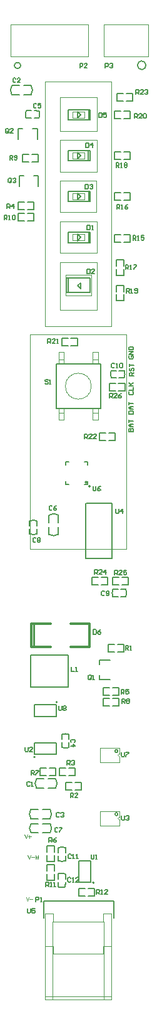
<source format=gto>
%FSLAX25Y25*%
%MOIN*%
G70*
G01*
G75*
%ADD10R,0.07874X0.10000*%
%ADD11R,0.02756X0.06102*%
%ADD12R,0.02756X0.13386*%
%ADD13R,0.06299X0.07480*%
%ADD14R,0.03150X0.03937*%
%ADD15R,0.03150X0.03543*%
%ADD16R,0.03150X0.03543*%
%ADD17C,0.05906*%
%ADD18R,0.05118X0.15748*%
%ADD19R,0.03150X0.02559*%
%ADD20R,0.02362X0.00787*%
%ADD21R,0.03150X0.00787*%
%ADD22R,0.00787X0.02362*%
%ADD23R,0.00787X0.03150*%
%ADD24R,0.05118X0.05118*%
%ADD25R,0.05906X0.03937*%
%ADD26R,0.05906X0.12992*%
%ADD27R,0.01063X0.07874*%
%ADD28R,0.02362X0.07874*%
%ADD29R,0.02165X0.02559*%
%ADD30R,0.01575X0.03937*%
%ADD31R,0.02362X0.02756*%
%ADD32R,0.03937X0.01575*%
%ADD33R,0.01181X0.07874*%
%ADD34O,0.01181X0.07874*%
%ADD35R,0.02559X0.02165*%
%ADD36R,0.03543X0.03150*%
%ADD37R,0.03543X0.03150*%
%ADD38R,0.02756X0.02362*%
%ADD39R,0.03937X0.03150*%
%ADD40R,0.07874X0.07874*%
%ADD41C,0.00787*%
%ADD42C,0.01000*%
%ADD43C,0.02362*%
%ADD44C,0.01181*%
%ADD45C,0.01575*%
%ADD46C,0.03150*%
%ADD47C,0.01969*%
%ADD48C,0.00591*%
%ADD49C,0.00197*%
%ADD50C,0.00600*%
%ADD51C,0.00500*%
%ADD52C,0.00394*%
%ADD53C,0.01200*%
%ADD54C,0.00709*%
D41*
X5892Y-33159D02*
G03*
X5892Y-38101I3706J-2471D01*
G01*
X16128D02*
G03*
X16128Y-33159I-3706J2471D01*
G01*
X26248Y-422601D02*
G03*
X26248Y-417659I-3706J2471D01*
G01*
X16012D02*
G03*
X16012Y-422601I3706J-2471D01*
G01*
X47660Y-246061D02*
G03*
X47660Y-246061I-394J0D01*
G01*
X18280Y-389940D02*
G03*
X18280Y-389940I-394J0D01*
G01*
X49714Y-456674D02*
G03*
X49714Y-456674I-394J0D01*
G01*
X30067Y-360760D02*
G03*
X30067Y-360760I-394J0D01*
G01*
X29248Y-406401D02*
G03*
X29248Y-401459I-3706J2471D01*
G01*
X19012D02*
G03*
X19012Y-406401I3706J-2471D01*
G01*
X30621Y-261382D02*
G03*
X25679Y-261382I-2471J-3706D01*
G01*
Y-271618D02*
G03*
X30621Y-271618I2471J3706D01*
G01*
X26328Y-430211D02*
G03*
X26328Y-425269I-3706J2471D01*
G01*
X16092D02*
G03*
X16092Y-430211I3706J-2471D01*
G01*
X53248Y-204626D02*
Y-181004D01*
X29626Y-204626D02*
X53248D01*
X29626D02*
Y-181004D01*
X53248D01*
X5892Y-38101D02*
X9829D01*
X5892Y-33159D02*
X9829D01*
X12191Y-38101D02*
X16128D01*
X12191Y-33159D02*
X16128D01*
X52530Y-348668D02*
X58160D01*
X52530Y-338432D02*
X58199D01*
X52530Y-348668D02*
Y-346306D01*
Y-340794D02*
Y-338432D01*
X22311Y-417659D02*
X26248D01*
X22311Y-422601D02*
X26248D01*
X16012Y-417659D02*
X19949D01*
X16012Y-422601D02*
X19949D01*
X35774Y-46077D02*
X46759D01*
X35774Y-51589D02*
Y-46077D01*
Y-51589D02*
X46759D01*
X47428Y-50959D02*
Y-46077D01*
X46759Y-51589D02*
Y-46077D01*
X47428Y-51549D02*
Y-50959D01*
X47389Y-51589D02*
X47428Y-51549D01*
X46759Y-51589D02*
X47389D01*
X45223Y-46077D02*
X47428D01*
X35765Y-67667D02*
X46749D01*
X35765Y-73179D02*
Y-67667D01*
Y-73179D02*
X46749D01*
X47418Y-72549D02*
Y-67667D01*
X46749Y-73179D02*
Y-67667D01*
X47418Y-73139D02*
Y-72549D01*
X47379Y-73179D02*
X47418Y-73139D01*
X46749Y-73179D02*
X47379D01*
X45213Y-67667D02*
X47418D01*
X35774Y-89317D02*
X46759D01*
X35774Y-94829D02*
Y-89317D01*
Y-94829D02*
X46759D01*
X47428Y-94199D02*
Y-89317D01*
X46759Y-94829D02*
Y-89317D01*
X47428Y-94789D02*
Y-94199D01*
X47389Y-94829D02*
X47428Y-94789D01*
X46759Y-94829D02*
X47389D01*
X45223Y-89317D02*
X47428D01*
X35774Y-111147D02*
X46759D01*
X35774Y-116659D02*
Y-111147D01*
Y-116659D02*
X46759D01*
X47428Y-116029D02*
Y-111147D01*
X46759Y-116659D02*
Y-111147D01*
X47428Y-116619D02*
Y-116029D01*
X47389Y-116659D02*
X47428Y-116619D01*
X46759Y-116659D02*
X47389D01*
X45223Y-111147D02*
X47428D01*
X40922Y-139505D02*
X42497Y-137930D01*
X40922Y-139505D02*
X42497Y-141080D01*
X35804Y-143049D02*
Y-135568D01*
X35017Y-143049D02*
Y-135568D01*
X47615Y-143049D02*
Y-135568D01*
X42497Y-141080D02*
Y-137930D01*
X35017Y-135568D02*
X47615D01*
X35017Y-143049D02*
X47615D01*
X45233Y-255283D02*
X45430Y-255086D01*
X59407Y-284220D02*
Y-268708D01*
X45233Y-284417D02*
X59367D01*
X45233D02*
Y-255283D01*
X45430Y-255086D02*
X59367D01*
X59407Y-269850D02*
Y-255047D01*
X9792Y-86880D02*
Y-81250D01*
X20028Y-86919D02*
Y-81250D01*
X9792D02*
X12154D01*
X17666D02*
X20028D01*
X9192Y-61780D02*
Y-56150D01*
X19428Y-61819D02*
Y-56150D01*
X9192D02*
X11554D01*
X17066D02*
X19428D01*
X25311Y-401459D02*
X29248D01*
X25311Y-406401D02*
X29248D01*
X19012Y-401459D02*
X22949D01*
X19012Y-406401D02*
X22949D01*
X25679Y-265319D02*
Y-261382D01*
X30621Y-265319D02*
Y-261382D01*
X25679Y-271618D02*
Y-267681D01*
X30621Y-271618D02*
Y-267681D01*
X22391Y-425269D02*
X26328D01*
X22391Y-430211D02*
X26328D01*
X16092Y-425269D02*
X20029D01*
X16092Y-430211D02*
X20029D01*
D42*
X17660Y-331569D02*
Y-318971D01*
D48*
X10572Y-22446D02*
G03*
X10575Y-22549I-1652J-103D01*
G01*
X72829Y-22626D02*
G03*
X72820Y-22420I2271J206D01*
G01*
X62394Y-420275D02*
G03*
X62394Y-420275I-781J0D01*
G01*
Y-386735D02*
G03*
X62394Y-386735I-781J0D01*
G01*
X42467Y-48833D02*
Y-48833D01*
X40775Y-50526D02*
X42467Y-48833D01*
X40775Y-50526D02*
Y-47100D01*
X42467Y-48794D01*
X42457Y-70423D02*
Y-70423D01*
X40764Y-72116D02*
X42457Y-70423D01*
X40764Y-72116D02*
Y-68691D01*
X42457Y-70384D01*
X42467Y-92073D02*
Y-92073D01*
X40775Y-93766D02*
X42467Y-92073D01*
X40775Y-93766D02*
Y-90341D01*
X42467Y-92033D01*
Y-113903D02*
Y-113903D01*
X40775Y-115596D02*
X42467Y-113903D01*
X40775Y-115596D02*
Y-112171D01*
X42467Y-113864D01*
X46400Y-244959D02*
Y-243266D01*
X44746Y-244959D02*
X46400D01*
X34589D02*
X36242D01*
X34589D02*
Y-243305D01*
Y-233148D02*
X36242D01*
X34589Y-234801D02*
Y-233148D01*
X44746D02*
X46400D01*
Y-234801D02*
Y-233148D01*
X22808Y-466537D02*
X60170D01*
Y-475356D02*
Y-466537D01*
X22808Y-475395D02*
Y-466537D01*
X9398Y-95082D02*
X12745D01*
X9398Y-99019D02*
Y-95082D01*
Y-99019D02*
X12745D01*
X14319Y-95082D02*
X17666D01*
Y-99019D02*
Y-95082D01*
X14319Y-99019D02*
X17666D01*
X16467Y-73619D02*
X19814D01*
Y-69682D01*
X16467D02*
X19814D01*
X11546Y-73619D02*
X14893D01*
X11546D02*
Y-69682D01*
X14893D01*
X9398Y-101031D02*
X12745D01*
X9398Y-104969D02*
Y-101031D01*
Y-104969D02*
X12745D01*
X14319Y-101031D02*
X17666D01*
Y-104969D02*
Y-101031D01*
X14319Y-104969D02*
X17666D01*
X28569Y-440355D02*
Y-437008D01*
X24632D02*
X28569D01*
X24632Y-440355D02*
Y-437008D01*
X28569Y-445276D02*
Y-441930D01*
X24632Y-445276D02*
X28569D01*
X24632D02*
Y-441930D01*
X28569Y-450353D02*
Y-447006D01*
X24632D02*
X28569D01*
X24632Y-450353D02*
Y-447006D01*
X28569Y-455274D02*
Y-451927D01*
X24632Y-455274D02*
X28569D01*
X24632D02*
Y-451927D01*
X62107Y-334099D02*
X65454D01*
Y-330161D01*
X62107D02*
X65454D01*
X57186Y-334099D02*
X60533D01*
X57186D02*
Y-330161D01*
X60533D01*
X34556Y-403532D02*
X37903D01*
X34556Y-407469D02*
Y-403532D01*
Y-407469D02*
X37903D01*
X39477Y-403532D02*
X42824D01*
Y-407469D02*
Y-403532D01*
X39477Y-407469D02*
X42824D01*
X36157Y-399698D02*
X39504D01*
Y-395761D01*
X36157D02*
X39504D01*
X31236Y-399698D02*
X34583D01*
X31236D02*
Y-395761D01*
X34583D01*
X59527Y-356989D02*
X62874D01*
Y-353051D01*
X59527D02*
X62874D01*
X54606Y-356989D02*
X57953D01*
X54606D02*
Y-353051D01*
X57953D01*
X25917Y-399689D02*
X29264D01*
Y-395752D01*
X25917D02*
X29264D01*
X20996Y-399689D02*
X24343D01*
X20996D02*
Y-395752D01*
X24343D01*
X59617Y-362679D02*
X62964D01*
Y-358741D01*
X59617D02*
X62964D01*
X54696Y-362679D02*
X58043D01*
X54696D02*
Y-358741D01*
X58043D01*
X41566Y-459761D02*
X44913D01*
X41566Y-463698D02*
Y-459761D01*
Y-463698D02*
X44913D01*
X46487Y-459761D02*
X49834D01*
Y-463698D02*
Y-459761D01*
X46487Y-463698D02*
X49834D01*
X65497Y-116308D02*
X68844D01*
Y-112372D01*
X65497D02*
X68844D01*
X60576Y-116308D02*
X63923D01*
X60576D02*
Y-112372D01*
X63923D01*
X65497Y-94038D02*
X68844D01*
Y-90101D01*
X65497D02*
X68844D01*
X60576Y-94038D02*
X63923D01*
X60576D02*
Y-90101D01*
X63923D01*
X61581Y-133984D02*
Y-130637D01*
Y-133984D02*
X65518D01*
Y-130637D01*
X61581Y-129063D02*
Y-125716D01*
X65518D01*
Y-129063D02*
Y-125716D01*
X65497Y-72429D02*
X68844D01*
Y-68492D01*
X65497D02*
X68844D01*
X60576Y-72429D02*
X63923D01*
X60576D02*
Y-68492D01*
X63923D01*
X65518Y-142643D02*
Y-139296D01*
X61581D02*
X65518D01*
X61581Y-142643D02*
Y-139296D01*
X65518Y-147564D02*
Y-144217D01*
X61581Y-147564D02*
X65518D01*
X61581D02*
Y-144217D01*
X65497Y-50858D02*
X68844D01*
Y-46922D01*
X65497D02*
X68844D01*
X60576Y-50858D02*
X63923D01*
X60576D02*
Y-46922D01*
X63923D01*
X32486Y-167371D02*
X35833D01*
X32486Y-171309D02*
Y-167371D01*
Y-171309D02*
X35833D01*
X37407Y-167371D02*
X40754D01*
Y-171309D02*
Y-167371D01*
X37407Y-171309D02*
X40754D01*
X57447Y-221649D02*
X60794D01*
Y-217711D01*
X57447D02*
X60794D01*
X52526Y-221649D02*
X55873D01*
X52526D02*
Y-217711D01*
X55873D01*
X66917Y-41418D02*
X70264D01*
Y-37481D01*
X66917D02*
X70264D01*
X61996Y-41418D02*
X65343D01*
X61996D02*
Y-37481D01*
X65343D01*
X53507Y-298429D02*
X56854D01*
Y-294492D01*
X53507D02*
X56854D01*
X48586Y-298429D02*
X51933D01*
X48586D02*
Y-294492D01*
X51933D01*
X64417Y-298429D02*
X67764D01*
Y-294492D01*
X64417D02*
X67764D01*
X59496Y-298429D02*
X62843D01*
X59496D02*
Y-294492D01*
X62843D01*
X57824Y-191411D02*
X61170D01*
X57824Y-195349D02*
Y-191411D01*
Y-195349D02*
X61170D01*
X62745Y-191411D02*
X66091D01*
Y-195349D02*
Y-191411D01*
X62745Y-195349D02*
X66091D01*
X49173Y-246143D02*
Y-248110D01*
X49567Y-248504D01*
X50354D01*
X50748Y-248110D01*
Y-246143D01*
X53109D02*
X52322Y-246536D01*
X51535Y-247323D01*
Y-248110D01*
X51928Y-248504D01*
X52715D01*
X53109Y-248110D01*
Y-247717D01*
X52715Y-247323D01*
X51535D01*
X14215Y-470544D02*
Y-472512D01*
X14609Y-472905D01*
X15396D01*
X15789Y-472512D01*
Y-470544D01*
X18151D02*
X16577D01*
Y-471725D01*
X17364Y-471331D01*
X17757D01*
X18151Y-471725D01*
Y-472512D01*
X17757Y-472905D01*
X16970D01*
X16577Y-472512D01*
X61268Y-258229D02*
Y-260197D01*
X61661Y-260591D01*
X62449D01*
X62842Y-260197D01*
Y-258229D01*
X64810Y-260591D02*
Y-258229D01*
X63629Y-259410D01*
X65203D01*
X64370Y-421142D02*
Y-423110D01*
X64764Y-423504D01*
X65551D01*
X65944Y-423110D01*
Y-421142D01*
X66732Y-421536D02*
X67125Y-421142D01*
X67912D01*
X68306Y-421536D01*
Y-421930D01*
X67912Y-422323D01*
X67519D01*
X67912D01*
X68306Y-422717D01*
Y-423110D01*
X67912Y-423504D01*
X67125D01*
X66732Y-423110D01*
X12992Y-384607D02*
Y-386575D01*
X13386Y-386968D01*
X14173D01*
X14566Y-386575D01*
Y-384607D01*
X16928Y-386968D02*
X15354D01*
X16928Y-385394D01*
Y-385001D01*
X16534Y-384607D01*
X15747D01*
X15354Y-385001D01*
X48150Y-441812D02*
Y-443780D01*
X48543Y-444173D01*
X49330D01*
X49724Y-443780D01*
Y-441812D01*
X50511Y-444173D02*
X51298D01*
X50905D01*
Y-441812D01*
X50511Y-442205D01*
X25157Y-189804D02*
X24763Y-189410D01*
X23976D01*
X23583Y-189804D01*
Y-190197D01*
X23976Y-190591D01*
X24763D01*
X25157Y-190984D01*
Y-191378D01*
X24763Y-191772D01*
X23976D01*
X23583Y-191378D01*
X25944Y-191772D02*
X26731D01*
X26338D01*
Y-189410D01*
X25944Y-189804D01*
X57921Y-199132D02*
Y-196771D01*
X59102D01*
X59496Y-197164D01*
Y-197951D01*
X59102Y-198345D01*
X57921D01*
X58709D02*
X59496Y-199132D01*
X61857D02*
X60283D01*
X61857Y-197558D01*
Y-197164D01*
X61464Y-196771D01*
X60676D01*
X60283Y-197164D01*
X64219Y-196771D02*
X63432Y-197164D01*
X62644Y-197951D01*
Y-198739D01*
X63038Y-199132D01*
X63825D01*
X64219Y-198739D01*
Y-198345D01*
X63825Y-197951D01*
X62644D01*
X60710Y-293107D02*
Y-290746D01*
X61891D01*
X62284Y-291139D01*
Y-291926D01*
X61891Y-292320D01*
X60710D01*
X61497D02*
X62284Y-293107D01*
X64646D02*
X63072D01*
X64646Y-291533D01*
Y-291139D01*
X64252Y-290746D01*
X63465D01*
X63072Y-291139D01*
X67007Y-290746D02*
X65433D01*
Y-291926D01*
X66220Y-291533D01*
X66614D01*
X67007Y-291926D01*
Y-292713D01*
X66614Y-293107D01*
X65827D01*
X65433Y-292713D01*
X49915Y-292861D02*
Y-290500D01*
X51095D01*
X51489Y-290894D01*
Y-291681D01*
X51095Y-292074D01*
X49915D01*
X50702D02*
X51489Y-292861D01*
X53851D02*
X52276D01*
X53851Y-291287D01*
Y-290894D01*
X53457Y-290500D01*
X52670D01*
X52276Y-290894D01*
X55818Y-292861D02*
Y-290500D01*
X54638Y-291681D01*
X56212D01*
X72008Y-37835D02*
Y-35473D01*
X73189D01*
X73582Y-35867D01*
Y-36654D01*
X73189Y-37047D01*
X72008D01*
X72795D02*
X73582Y-37835D01*
X75944D02*
X74369D01*
X75944Y-36260D01*
Y-35867D01*
X75550Y-35473D01*
X74763D01*
X74369Y-35867D01*
X76731D02*
X77124Y-35473D01*
X77912D01*
X78305Y-35867D01*
Y-36260D01*
X77912Y-36654D01*
X77518D01*
X77912D01*
X78305Y-37047D01*
Y-37441D01*
X77912Y-37835D01*
X77124D01*
X76731Y-37441D01*
X44551Y-220827D02*
Y-218465D01*
X45732D01*
X46126Y-218859D01*
Y-219646D01*
X45732Y-220040D01*
X44551D01*
X45338D02*
X46126Y-220827D01*
X48487D02*
X46913D01*
X48487Y-219252D01*
Y-218859D01*
X48094Y-218465D01*
X47306D01*
X46913Y-218859D01*
X50849Y-220827D02*
X49274D01*
X50849Y-219252D01*
Y-218859D01*
X50455Y-218465D01*
X49668D01*
X49274Y-218859D01*
X25079Y-170158D02*
Y-167796D01*
X26259D01*
X26653Y-168190D01*
Y-168977D01*
X26259Y-169370D01*
X25079D01*
X25866D02*
X26653Y-170158D01*
X29015D02*
X27440D01*
X29015Y-168583D01*
Y-168190D01*
X28621Y-167796D01*
X27834D01*
X27440Y-168190D01*
X29802Y-170158D02*
X30589D01*
X30195D01*
Y-167796D01*
X29802Y-168190D01*
X71181Y-50591D02*
Y-48229D01*
X72362D01*
X72755Y-48623D01*
Y-49410D01*
X72362Y-49803D01*
X71181D01*
X71968D02*
X72755Y-50591D01*
X75117D02*
X73542D01*
X75117Y-49016D01*
Y-48623D01*
X74723Y-48229D01*
X73936D01*
X73542Y-48623D01*
X75904D02*
X76298Y-48229D01*
X77085D01*
X77478Y-48623D01*
Y-50197D01*
X77085Y-50591D01*
X76298D01*
X75904Y-50197D01*
Y-48623D01*
X66969Y-143347D02*
Y-140985D01*
X68149D01*
X68543Y-141379D01*
Y-142166D01*
X68149Y-142559D01*
X66969D01*
X67756D02*
X68543Y-143347D01*
X69330D02*
X70117D01*
X69723D01*
Y-140985D01*
X69330Y-141379D01*
X71298Y-142953D02*
X71691Y-143347D01*
X72478D01*
X72872Y-142953D01*
Y-141379D01*
X72478Y-140985D01*
X71691D01*
X71298Y-141379D01*
Y-141772D01*
X71691Y-142166D01*
X72872D01*
X61428Y-76618D02*
Y-74257D01*
X62609D01*
X63003Y-74650D01*
Y-75437D01*
X62609Y-75831D01*
X61428D01*
X62216D02*
X63003Y-76618D01*
X63790D02*
X64577D01*
X64183D01*
Y-74257D01*
X63790Y-74650D01*
X65758D02*
X66151Y-74257D01*
X66939D01*
X67332Y-74650D01*
Y-75044D01*
X66939Y-75437D01*
X67332Y-75831D01*
Y-76224D01*
X66939Y-76618D01*
X66151D01*
X65758Y-76224D01*
Y-75831D01*
X66151Y-75437D01*
X65758Y-75044D01*
Y-74650D01*
X66151Y-75437D02*
X66939D01*
X66496Y-130905D02*
Y-128544D01*
X67677D01*
X68070Y-128938D01*
Y-129725D01*
X67677Y-130118D01*
X66496D01*
X67283D02*
X68070Y-130905D01*
X68858D02*
X69645D01*
X69251D01*
Y-128544D01*
X68858Y-128938D01*
X70825Y-128544D02*
X72400D01*
Y-128938D01*
X70825Y-130512D01*
Y-130905D01*
X61794Y-98786D02*
Y-96425D01*
X62974D01*
X63368Y-96819D01*
Y-97606D01*
X62974Y-97999D01*
X61794D01*
X62581D02*
X63368Y-98786D01*
X64155D02*
X64942D01*
X64549D01*
Y-96425D01*
X64155Y-96819D01*
X67697Y-96425D02*
X66910Y-96819D01*
X66123Y-97606D01*
Y-98393D01*
X66516Y-98786D01*
X67304D01*
X67697Y-98393D01*
Y-97999D01*
X67304Y-97606D01*
X66123D01*
X70433Y-115276D02*
Y-112914D01*
X71614D01*
X72007Y-113308D01*
Y-114095D01*
X71614Y-114488D01*
X70433D01*
X71220D02*
X72007Y-115276D01*
X72795D02*
X73582D01*
X73188D01*
Y-112914D01*
X72795Y-113308D01*
X76337Y-112914D02*
X74762D01*
Y-114095D01*
X75550Y-113701D01*
X75943D01*
X76337Y-114095D01*
Y-114882D01*
X75943Y-115276D01*
X75156D01*
X74762Y-114882D01*
X51051Y-462756D02*
Y-460394D01*
X52231D01*
X52625Y-460788D01*
Y-461575D01*
X52231Y-461969D01*
X51051D01*
X51838D02*
X52625Y-462756D01*
X53412D02*
X54199D01*
X53806D01*
Y-460394D01*
X53412Y-460788D01*
X56954Y-462756D02*
X55380D01*
X56954Y-461182D01*
Y-460788D01*
X56560Y-460394D01*
X55773D01*
X55380Y-460788D01*
X24016Y-458780D02*
Y-456419D01*
X25196D01*
X25590Y-456812D01*
Y-457599D01*
X25196Y-457993D01*
X24016D01*
X24803D02*
X25590Y-458780D01*
X26377D02*
X27164D01*
X26771D01*
Y-456419D01*
X26377Y-456812D01*
X28345Y-458780D02*
X29132D01*
X28739D01*
Y-456419D01*
X28345Y-456812D01*
X1811Y-104528D02*
Y-102166D01*
X2992D01*
X3385Y-102560D01*
Y-103347D01*
X2992Y-103740D01*
X1811D01*
X2598D02*
X3385Y-104528D01*
X4172D02*
X4960D01*
X4566D01*
Y-102166D01*
X4172Y-102560D01*
X6140D02*
X6534Y-102166D01*
X7321D01*
X7715Y-102560D01*
Y-104134D01*
X7321Y-104528D01*
X6534D01*
X6140Y-104134D01*
Y-102560D01*
X4800Y-72636D02*
Y-70275D01*
X5981D01*
X6374Y-70669D01*
Y-71456D01*
X5981Y-71849D01*
X4800D01*
X5587D02*
X6374Y-72636D01*
X7162Y-72243D02*
X7555Y-72636D01*
X8342D01*
X8736Y-72243D01*
Y-70669D01*
X8342Y-70275D01*
X7555D01*
X7162Y-70669D01*
Y-71062D01*
X7555Y-71456D01*
X8736D01*
X64549Y-361317D02*
Y-358956D01*
X65729D01*
X66123Y-359350D01*
Y-360137D01*
X65729Y-360530D01*
X64549D01*
X65336D02*
X66123Y-361317D01*
X66910Y-359350D02*
X67304Y-358956D01*
X68091D01*
X68484Y-359350D01*
Y-359743D01*
X68091Y-360137D01*
X68484Y-360530D01*
Y-360924D01*
X68091Y-361317D01*
X67304D01*
X66910Y-360924D01*
Y-360530D01*
X67304Y-360137D01*
X66910Y-359743D01*
Y-359350D01*
X67304Y-360137D02*
X68091D01*
X25674Y-435206D02*
Y-432845D01*
X26855D01*
X27248Y-433238D01*
Y-434025D01*
X26855Y-434419D01*
X25674D01*
X26461D02*
X27248Y-435206D01*
X29610Y-432845D02*
X28822Y-433238D01*
X28035Y-434025D01*
Y-434813D01*
X28429Y-435206D01*
X29216D01*
X29610Y-434813D01*
Y-434419D01*
X29216Y-434025D01*
X28035D01*
X64169Y-356452D02*
Y-354091D01*
X65350D01*
X65744Y-354485D01*
Y-355272D01*
X65350Y-355665D01*
X64169D01*
X64956D02*
X65744Y-356452D01*
X68105Y-354091D02*
X66531D01*
Y-355272D01*
X67318Y-354878D01*
X67712D01*
X68105Y-355272D01*
Y-356059D01*
X67712Y-356452D01*
X66924D01*
X66531Y-356059D01*
X3351Y-98561D02*
Y-96199D01*
X4532D01*
X4925Y-96593D01*
Y-97380D01*
X4532Y-97774D01*
X3351D01*
X4138D02*
X4925Y-98561D01*
X6893D02*
Y-96199D01*
X5712Y-97380D01*
X7287D01*
X35276Y-394213D02*
Y-391851D01*
X36456D01*
X36850Y-392245D01*
Y-393032D01*
X36456Y-393425D01*
X35276D01*
X36063D02*
X36850Y-394213D01*
X37637Y-392245D02*
X38031Y-391851D01*
X38818D01*
X39211Y-392245D01*
Y-392638D01*
X38818Y-393032D01*
X38424D01*
X38818D01*
X39211Y-393425D01*
Y-393819D01*
X38818Y-394213D01*
X38031D01*
X37637Y-393819D01*
X37126Y-411422D02*
Y-409061D01*
X38306D01*
X38700Y-409454D01*
Y-410241D01*
X38306Y-410635D01*
X37126D01*
X37913D02*
X38700Y-411422D01*
X41061D02*
X39487D01*
X41061Y-409848D01*
Y-409454D01*
X40668Y-409061D01*
X39881D01*
X39487Y-409454D01*
X66448Y-333017D02*
Y-330656D01*
X67629D01*
X68023Y-331049D01*
Y-331836D01*
X67629Y-332230D01*
X66448D01*
X67236D02*
X68023Y-333017D01*
X68810D02*
X69597D01*
X69203D01*
Y-330656D01*
X68810Y-331049D01*
X48228Y-348465D02*
Y-346890D01*
X47834Y-346497D01*
X47047D01*
X46654Y-346890D01*
Y-348465D01*
X47047Y-348858D01*
X47834D01*
X47441Y-348071D02*
X48228Y-348858D01*
X47834D02*
X48228Y-348465D01*
X49015Y-348858D02*
X49802D01*
X49409D01*
Y-346497D01*
X49015Y-346890D01*
X55709Y-23858D02*
Y-21497D01*
X56889D01*
X57283Y-21890D01*
Y-22678D01*
X56889Y-23071D01*
X55709D01*
X58070Y-21890D02*
X58464Y-21497D01*
X59251D01*
X59644Y-21890D01*
Y-22284D01*
X59251Y-22678D01*
X58857D01*
X59251D01*
X59644Y-23071D01*
Y-23465D01*
X59251Y-23858D01*
X58464D01*
X58070Y-23465D01*
X42087Y-23740D02*
Y-21379D01*
X43267D01*
X43661Y-21772D01*
Y-22559D01*
X43267Y-22953D01*
X42087D01*
X46022Y-23740D02*
X44448D01*
X46022Y-22166D01*
Y-21772D01*
X45629Y-21379D01*
X44842D01*
X44448Y-21772D01*
X18740Y-466653D02*
Y-464292D01*
X19921D01*
X20314Y-464686D01*
Y-465473D01*
X19921Y-465866D01*
X18740D01*
X21102Y-466653D02*
X21889D01*
X21495D01*
Y-464292D01*
X21102Y-464686D01*
X37638Y-342048D02*
Y-344409D01*
X39212D01*
X39999D02*
X40786D01*
X40393D01*
Y-342048D01*
X39999Y-342442D01*
X45906Y-130631D02*
Y-132992D01*
X47086D01*
X47480Y-132599D01*
Y-131024D01*
X47086Y-130631D01*
X45906D01*
X49841Y-132992D02*
X48267D01*
X49841Y-131418D01*
Y-131024D01*
X49448Y-130631D01*
X48660D01*
X48267Y-131024D01*
X60629Y-181182D02*
X60236Y-180788D01*
X59449D01*
X59055Y-181182D01*
Y-182756D01*
X59449Y-183150D01*
X60236D01*
X60629Y-182756D01*
X61417Y-183150D02*
X62204D01*
X61810D01*
Y-180788D01*
X61417Y-181182D01*
X63384D02*
X63778Y-180788D01*
X64565D01*
X64959Y-181182D01*
Y-182756D01*
X64565Y-183150D01*
X63778D01*
X63384Y-182756D01*
Y-181182D01*
X55314Y-302245D02*
X54921Y-301851D01*
X54134D01*
X53740Y-302245D01*
Y-303819D01*
X54134Y-304213D01*
X54921D01*
X55314Y-303819D01*
X56102D02*
X56495Y-304213D01*
X57282D01*
X57676Y-303819D01*
Y-302245D01*
X57282Y-301851D01*
X56495D01*
X56102Y-302245D01*
Y-302638D01*
X56495Y-303032D01*
X57676D01*
X18661Y-273898D02*
X18267Y-273505D01*
X17480D01*
X17087Y-273898D01*
Y-275473D01*
X17480Y-275866D01*
X18267D01*
X18661Y-275473D01*
X19448Y-273898D02*
X19842Y-273505D01*
X20629D01*
X21022Y-273898D01*
Y-274292D01*
X20629Y-274685D01*
X21022Y-275079D01*
Y-275473D01*
X20629Y-275866D01*
X19842D01*
X19448Y-275473D01*
Y-275079D01*
X19842Y-274685D01*
X19448Y-274292D01*
Y-273898D01*
X19842Y-274685D02*
X20629D01*
X30358Y-427795D02*
X29964Y-427401D01*
X29177D01*
X28784Y-427795D01*
Y-429369D01*
X29177Y-429762D01*
X29964D01*
X30358Y-429369D01*
X31145Y-427401D02*
X32719D01*
Y-427795D01*
X31145Y-429369D01*
Y-429762D01*
X27362Y-256890D02*
X26968Y-256497D01*
X26181D01*
X25787Y-256890D01*
Y-258465D01*
X26181Y-258858D01*
X26968D01*
X27362Y-258465D01*
X29723Y-256497D02*
X28936Y-256890D01*
X28149Y-257678D01*
Y-258465D01*
X28542Y-258858D01*
X29330D01*
X29723Y-258465D01*
Y-258071D01*
X29330Y-257678D01*
X28149D01*
X19015Y-43071D02*
X18622Y-42678D01*
X17834D01*
X17441Y-43071D01*
Y-44646D01*
X17834Y-45039D01*
X18622D01*
X19015Y-44646D01*
X21377Y-42678D02*
X19802D01*
Y-43859D01*
X20590Y-43465D01*
X20983D01*
X21377Y-43859D01*
Y-44646D01*
X20983Y-45039D01*
X20196D01*
X19802Y-44646D01*
X39296Y-382197D02*
X39690Y-381804D01*
Y-381017D01*
X39296Y-380623D01*
X37722D01*
X37328Y-381017D01*
Y-381804D01*
X37722Y-382197D01*
X37328Y-384165D02*
X39690D01*
X38509Y-382984D01*
Y-384559D01*
X31205Y-419820D02*
X30812Y-419427D01*
X30025D01*
X29631Y-419820D01*
Y-421395D01*
X30025Y-421788D01*
X30812D01*
X31205Y-421395D01*
X31993Y-419820D02*
X32386Y-419427D01*
X33173D01*
X33567Y-419820D01*
Y-420214D01*
X33173Y-420608D01*
X32780D01*
X33173D01*
X33567Y-421001D01*
Y-421395D01*
X33173Y-421788D01*
X32386D01*
X31993Y-421395D01*
X7992Y-29607D02*
X7598Y-29213D01*
X6811D01*
X6417Y-29607D01*
Y-31181D01*
X6811Y-31575D01*
X7598D01*
X7992Y-31181D01*
X10353Y-31575D02*
X8779D01*
X10353Y-30000D01*
Y-29607D01*
X9960Y-29213D01*
X9172D01*
X8779Y-29607D01*
X15551Y-403347D02*
X15157Y-402953D01*
X14370D01*
X13976Y-403347D01*
Y-404921D01*
X14370Y-405315D01*
X15157D01*
X15551Y-404921D01*
X16338Y-405315D02*
X17125D01*
X16731D01*
Y-402953D01*
X16338Y-403347D01*
X46063Y-107442D02*
Y-109803D01*
X47244D01*
X47637Y-109410D01*
Y-107835D01*
X47244Y-107442D01*
X46063D01*
X48424Y-109803D02*
X49212D01*
X48818D01*
Y-107442D01*
X48424Y-107835D01*
X45079Y-85631D02*
Y-87992D01*
X46259D01*
X46653Y-87599D01*
Y-86024D01*
X46259Y-85631D01*
X45079D01*
X47440Y-86024D02*
X47834Y-85631D01*
X48621D01*
X49014Y-86024D01*
Y-86418D01*
X48621Y-86811D01*
X48227D01*
X48621D01*
X49014Y-87205D01*
Y-87599D01*
X48621Y-87992D01*
X47834D01*
X47440Y-87599D01*
X45276Y-63701D02*
Y-66063D01*
X46456D01*
X46850Y-65669D01*
Y-64095D01*
X46456Y-63701D01*
X45276D01*
X48818Y-66063D02*
Y-63701D01*
X47637Y-64882D01*
X49211D01*
X52362Y-47717D02*
Y-50079D01*
X53543D01*
X53936Y-49685D01*
Y-48111D01*
X53543Y-47717D01*
X52362D01*
X56298D02*
X54724D01*
Y-48898D01*
X55511Y-48504D01*
X55904D01*
X56298Y-48898D01*
Y-49685D01*
X55904Y-50079D01*
X55117D01*
X54724Y-49685D01*
X16220Y-399331D02*
Y-396969D01*
X17401D01*
X17795Y-397363D01*
Y-398150D01*
X17401Y-398544D01*
X16220D01*
X17008D02*
X17795Y-399331D01*
X18582Y-396969D02*
X20156D01*
Y-397363D01*
X18582Y-398937D01*
Y-399331D01*
X37558Y-441930D02*
X37165Y-441536D01*
X36378D01*
X35984Y-441930D01*
Y-443504D01*
X36378Y-443898D01*
X37165D01*
X37558Y-443504D01*
X38346Y-443898D02*
X39133D01*
X38739D01*
Y-441536D01*
X38346Y-441930D01*
X40314Y-443898D02*
X41101D01*
X40707D01*
Y-441536D01*
X40314Y-441930D01*
X37322Y-454292D02*
X36929Y-453898D01*
X36142D01*
X35748Y-454292D01*
Y-455866D01*
X36142Y-456260D01*
X36929D01*
X37322Y-455866D01*
X38109Y-456260D02*
X38897D01*
X38503D01*
Y-453898D01*
X38109Y-454292D01*
X41652Y-456260D02*
X40077D01*
X41652Y-454685D01*
Y-454292D01*
X41258Y-453898D01*
X40471D01*
X40077Y-454292D01*
X49362Y-322258D02*
Y-324620D01*
X50543D01*
X50937Y-324226D01*
Y-322652D01*
X50543Y-322258D01*
X49362D01*
X53298D02*
X52511Y-322652D01*
X51724Y-323439D01*
Y-324226D01*
X52118Y-324620D01*
X52905D01*
X53298Y-324226D01*
Y-323833D01*
X52905Y-323439D01*
X51724D01*
X4133Y-57953D02*
Y-56379D01*
X3740Y-55985D01*
X2953D01*
X2559Y-56379D01*
Y-57953D01*
X2953Y-58346D01*
X3740D01*
X3346Y-57559D02*
X4133Y-58346D01*
X3740D02*
X4133Y-57953D01*
X6495Y-58346D02*
X4921D01*
X6495Y-56772D01*
Y-56379D01*
X6101Y-55985D01*
X5314D01*
X4921Y-56379D01*
X5629Y-84410D02*
Y-82835D01*
X5236Y-82442D01*
X4449D01*
X4055Y-82835D01*
Y-84410D01*
X4449Y-84803D01*
X5236D01*
X4842Y-84016D02*
X5629Y-84803D01*
X5236D02*
X5629Y-84410D01*
X6417Y-82835D02*
X6810Y-82442D01*
X7597D01*
X7991Y-82835D01*
Y-83229D01*
X7597Y-83622D01*
X7204D01*
X7597D01*
X7991Y-84016D01*
Y-84410D01*
X7597Y-84803D01*
X6810D01*
X6417Y-84410D01*
X64252Y-387284D02*
Y-389252D01*
X64645Y-389646D01*
X65433D01*
X65826Y-389252D01*
Y-387284D01*
X66613D02*
X68188D01*
Y-387678D01*
X66613Y-389252D01*
Y-389646D01*
X30866Y-362757D02*
Y-364724D01*
X31260Y-365118D01*
X32047D01*
X32440Y-364724D01*
Y-362757D01*
X33228Y-363150D02*
X33621Y-362757D01*
X34408D01*
X34802Y-363150D01*
Y-363544D01*
X34408Y-363937D01*
X34802Y-364331D01*
Y-364724D01*
X34408Y-365118D01*
X33621D01*
X33228Y-364724D01*
Y-364331D01*
X33621Y-363937D01*
X33228Y-363544D01*
Y-363150D01*
X33621Y-363937D02*
X34408D01*
X68190Y-207598D02*
X70551D01*
Y-206418D01*
X70158Y-206024D01*
X68583D01*
X68190Y-206418D01*
Y-207598D01*
X70551Y-205237D02*
X68977D01*
X68190Y-204450D01*
X68977Y-203663D01*
X70551D01*
X69371D01*
Y-205237D01*
X68190Y-202875D02*
Y-201301D01*
Y-202088D01*
X70551D01*
X68229Y-216929D02*
X70591D01*
Y-215748D01*
X70197Y-215355D01*
X69803D01*
X69410Y-215748D01*
Y-216929D01*
Y-215748D01*
X69016Y-215355D01*
X68623D01*
X68229Y-215748D01*
Y-216929D01*
X70591Y-214568D02*
X69016D01*
X68229Y-213780D01*
X69016Y-212993D01*
X70591D01*
X69410D01*
Y-214568D01*
X68229Y-212206D02*
Y-210632D01*
Y-211419D01*
X70591D01*
X68544Y-195788D02*
X68150Y-196181D01*
Y-196969D01*
X68544Y-197362D01*
X70118D01*
X70512Y-196969D01*
Y-196181D01*
X70118Y-195788D01*
X68150Y-195001D02*
X70512D01*
Y-193427D01*
X68150Y-192639D02*
X70512D01*
X69725D01*
X68150Y-191065D01*
X69331Y-192246D01*
X70512Y-191065D01*
X70827Y-187284D02*
X68465D01*
Y-186103D01*
X68859Y-185709D01*
X69646D01*
X70040Y-186103D01*
Y-187284D01*
Y-186496D02*
X70827Y-185709D01*
X68859Y-183348D02*
X68465Y-183741D01*
Y-184528D01*
X68859Y-184922D01*
X69253D01*
X69646Y-184528D01*
Y-183741D01*
X70040Y-183348D01*
X70433D01*
X70827Y-183741D01*
Y-184528D01*
X70433Y-184922D01*
X68465Y-182561D02*
Y-180986D01*
Y-181773D01*
X70827D01*
X68701Y-176733D02*
X68308Y-177126D01*
Y-177913D01*
X68701Y-178307D01*
X70276D01*
X70669Y-177913D01*
Y-177126D01*
X70276Y-176733D01*
X69489D01*
Y-177520D01*
X70669Y-175946D02*
X68308D01*
X70669Y-174371D01*
X68308D01*
Y-173584D02*
X70669D01*
Y-172404D01*
X70276Y-172010D01*
X68701D01*
X68308Y-172404D01*
Y-173584D01*
D49*
X48228Y-192913D02*
G03*
X48228Y-192913I-6890J0D01*
G01*
X23740Y-518701D02*
X58937D01*
X23740Y-517244D02*
X58937D01*
X54724Y-490433D02*
X58936D01*
X54724Y-494567D02*
Y-490433D01*
X27953Y-494567D02*
Y-490433D01*
X23741D02*
X27953D01*
X27677Y-494567D02*
X55000D01*
Y-518701D02*
Y-477362D01*
X27677Y-518701D02*
Y-477362D01*
X58937Y-518701D02*
Y-473229D01*
X54724D02*
X58936D01*
X54724Y-477362D02*
Y-473229D01*
X27677Y-477362D02*
X55000D01*
X27953D02*
Y-473229D01*
X23741D02*
X27953D01*
X23740Y-518701D02*
Y-473229D01*
X49016Y-178839D02*
X51772D01*
X49016Y-174902D02*
X51772D01*
Y-181004D02*
Y-174902D01*
X49016Y-181004D02*
Y-174902D01*
X30906Y-178839D02*
X33661D01*
X30906Y-174902D02*
X33661D01*
Y-181004D02*
Y-174902D01*
X30906Y-181004D02*
Y-174902D01*
X49016Y-210925D02*
X51772D01*
X49016Y-206988D02*
X51772D01*
Y-210925D02*
Y-204823D01*
X49016Y-210925D02*
Y-204823D01*
X30906Y-210925D02*
X33661D01*
X30906Y-206988D02*
X33661D01*
Y-210925D02*
Y-204823D01*
X30906Y-210925D02*
Y-204823D01*
X29429Y-181004D02*
X53248D01*
X29429Y-204823D02*
X53248D01*
X29429D02*
Y-181004D01*
X53248Y-204823D02*
Y-181004D01*
X34449Y-144882D02*
Y-133858D01*
Y-144882D02*
X48228D01*
Y-133858D01*
X34449D02*
X48228D01*
X38189Y-115354D02*
Y-112205D01*
Y-115354D02*
X44488D01*
Y-112205D01*
X38189D02*
X44488D01*
X38189Y-93701D02*
Y-90551D01*
X44488Y-93701D02*
Y-90551D01*
X38189Y-93701D02*
X44488D01*
X38189Y-90551D02*
X44488D01*
X38189Y-72047D02*
Y-68898D01*
Y-72047D02*
X44488D01*
Y-68898D01*
X38189D02*
X44488D01*
X38189Y-50394D02*
Y-47244D01*
Y-50394D02*
X44488D01*
Y-47244D01*
X38189D02*
X44488D01*
D50*
X45770Y-243935D02*
G03*
X45770Y-243935I-394J0D01*
G01*
D51*
X13509Y-46596D02*
G03*
X13434Y-50532I4907J-2063D01*
G01*
X20365Y-50525D02*
G03*
X20362Y-46626I-4864J1945D01*
G01*
X34414Y-452019D02*
G03*
X30478Y-451944I-2063J-4907D01*
G01*
X30485Y-458875D02*
G03*
X34384Y-458872I1945J4864D01*
G01*
X30686Y-444971D02*
G03*
X34622Y-445046I2063J4907D01*
G01*
X34615Y-438115D02*
G03*
X30716Y-438118I-1945J-4864D01*
G01*
X15366Y-271341D02*
G03*
X19302Y-271416I2063J4907D01*
G01*
X19295Y-264485D02*
G03*
X15396Y-264488I-1945J-4864D01*
G01*
X59759Y-300716D02*
G03*
X59684Y-304652I4907J-2063D01*
G01*
X66615Y-304645D02*
G03*
X66612Y-300746I-4864J1945D01*
G01*
X65721Y-188544D02*
G03*
X65796Y-184608I-4907J2063D01*
G01*
X58865Y-184615D02*
G03*
X58868Y-188514I4864J-1945D01*
G01*
X32476Y-384781D02*
G03*
X36412Y-384856I2063J4907D01*
G01*
X36405Y-377925D02*
G03*
X32506Y-377928I-1945J-4864D01*
G01*
X13511Y-46591D02*
X16191D01*
X13432Y-50529D02*
X16191D01*
X17766Y-46591D02*
X20364Y-46631D01*
X17766Y-50529D02*
X20364D01*
X34418Y-454701D02*
Y-452021D01*
X30481Y-454701D02*
Y-451942D01*
X34379Y-458874D02*
X34418Y-456276D01*
X30481Y-458874D02*
Y-456276D01*
X30681Y-444969D02*
Y-442289D01*
X34618Y-445048D02*
Y-442289D01*
X30681Y-440714D02*
X30721Y-438116D01*
X34618Y-440714D02*
Y-438116D01*
X15361Y-271339D02*
Y-268659D01*
X19298Y-271417D02*
Y-268659D01*
X15361Y-267084D02*
X15401Y-264486D01*
X19298Y-267084D02*
Y-264486D01*
X59761Y-300711D02*
X62441D01*
X59682Y-304648D02*
X62441D01*
X64016Y-300711D02*
X66614Y-300751D01*
X64016Y-304648D02*
X66614D01*
X63039Y-188549D02*
X65719D01*
X63039Y-184611D02*
X65798D01*
X58866Y-188509D02*
X61464Y-188549D01*
X58866Y-184611D02*
X61464D01*
X32471Y-384779D02*
Y-382099D01*
X36408Y-384858D02*
Y-382099D01*
X32471Y-380524D02*
X32511Y-377926D01*
X36408Y-380524D02*
Y-377926D01*
D52*
X63092Y-421946D02*
G03*
X63092Y-423225I0J-640D01*
G01*
Y-388406D02*
G03*
X63092Y-389686I0J-640D01*
G01*
X15748Y-279528D02*
X66929D01*
Y-165354D01*
X15748D02*
X66929D01*
X15748Y-279528D02*
Y-165354D01*
X51181Y-152559D02*
Y-126969D01*
X31496Y-152559D02*
X51181D01*
X31496Y-126969D02*
X51181D01*
X31496Y-152559D02*
Y-126969D01*
X51181Y-122244D02*
Y-105315D01*
X31496Y-122244D02*
X51181D01*
X31496Y-105315D02*
X51181D01*
X31496Y-122244D02*
Y-105315D01*
X51063Y-100591D02*
Y-83701D01*
X51024Y-100551D02*
X51063Y-100591D01*
X31496D02*
X51063D01*
X31496Y-83661D02*
X51024D01*
X31496Y-100591D02*
Y-83661D01*
X51181Y-78937D02*
Y-62008D01*
X31496Y-78937D02*
X51181D01*
X31496Y-62008D02*
X51181D01*
X31496Y-78937D02*
Y-62008D01*
Y-57284D02*
X51181D01*
Y-39567D01*
X31496D02*
X51181D01*
X31496Y-57284D02*
Y-39567D01*
X23622Y-161024D02*
X59055D01*
Y-31102D01*
X23622D02*
X59055D01*
X23622Y-161024D02*
Y-31102D01*
X5120Y-17649D02*
Y-720D01*
Y-17649D02*
X46459D01*
Y-720D01*
X5120D02*
X46459D01*
X78500Y-17720D02*
Y-791D01*
X54878Y-17720D02*
X78500D01*
X54878D02*
Y-791D01*
Y-720D02*
X78500D01*
X63092Y-421946D02*
Y-418786D01*
Y-426385D02*
Y-423225D01*
X52856Y-426385D02*
X63092D01*
X52856D02*
Y-418786D01*
X63092D01*
Y-388406D02*
Y-385246D01*
Y-392845D02*
Y-389686D01*
X52856Y-392845D02*
X63092D01*
X52856D02*
Y-385246D01*
X63092D01*
X12717Y-430985D02*
X13466Y-432953D01*
X14216Y-430985D02*
X13466Y-432953D01*
X15313Y-431266D02*
Y-432953D01*
X14469Y-432109D02*
X16156D01*
X13583Y-464292D02*
X14332Y-466260D01*
X15082Y-464292D02*
X14332Y-466260D01*
X15335Y-465416D02*
X17022D01*
X14410Y-442008D02*
X15159Y-443976D01*
X15909Y-442008D02*
X15159Y-443976D01*
X16162Y-443133D02*
X17849D01*
X18430Y-442008D02*
Y-443976D01*
Y-442008D02*
X19180Y-443976D01*
X19929Y-442008D02*
X19180Y-443976D01*
X19929Y-442008D02*
Y-443976D01*
D53*
X16160Y-331569D02*
Y-318971D01*
X47160Y-331569D02*
Y-318971D01*
X16160Y-331569D02*
X26668D01*
X16160Y-318971D02*
X26668D01*
X37160Y-331569D02*
X47160D01*
X37160Y-318971D02*
X47160D01*
D54*
X15857Y-335723D02*
X36046D01*
Y-352723D02*
Y-335723D01*
X15857Y-352723D02*
Y-335723D01*
Y-352723D02*
X36046D01*
X29489Y-388590D02*
Y-382290D01*
X18071D02*
X29489D01*
X18071Y-388590D02*
X29489D01*
X18071D02*
Y-382290D01*
X41670Y-445071D02*
X47970D01*
X41670Y-456489D02*
Y-445071D01*
X47970Y-456489D02*
Y-445071D01*
X41670Y-456489D02*
X47970D01*
X18071Y-368410D02*
Y-362110D01*
Y-368410D02*
X29489D01*
X18071Y-362110D02*
X29489D01*
Y-368410D02*
Y-362110D01*
M02*

</source>
